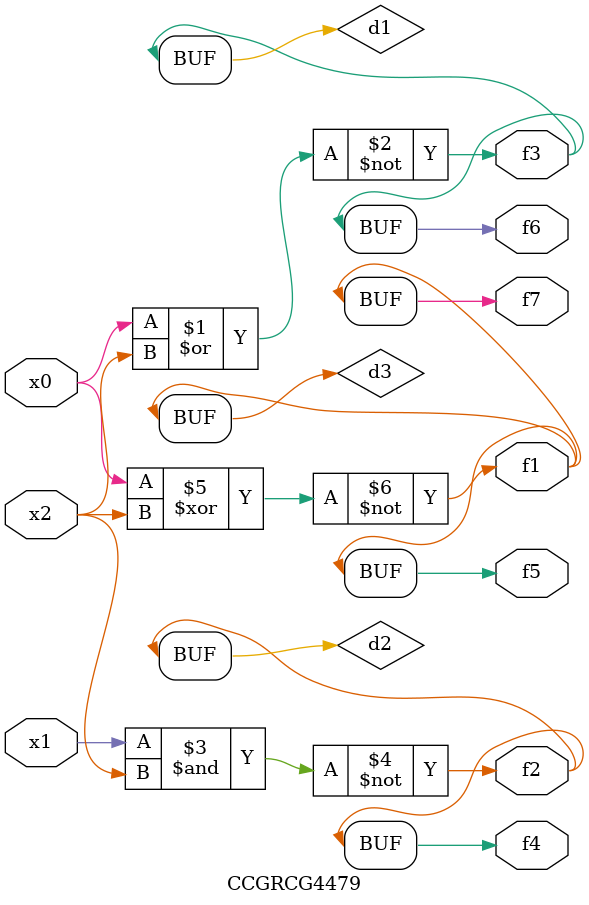
<source format=v>
module CCGRCG4479(
	input x0, x1, x2,
	output f1, f2, f3, f4, f5, f6, f7
);

	wire d1, d2, d3;

	nor (d1, x0, x2);
	nand (d2, x1, x2);
	xnor (d3, x0, x2);
	assign f1 = d3;
	assign f2 = d2;
	assign f3 = d1;
	assign f4 = d2;
	assign f5 = d3;
	assign f6 = d1;
	assign f7 = d3;
endmodule

</source>
